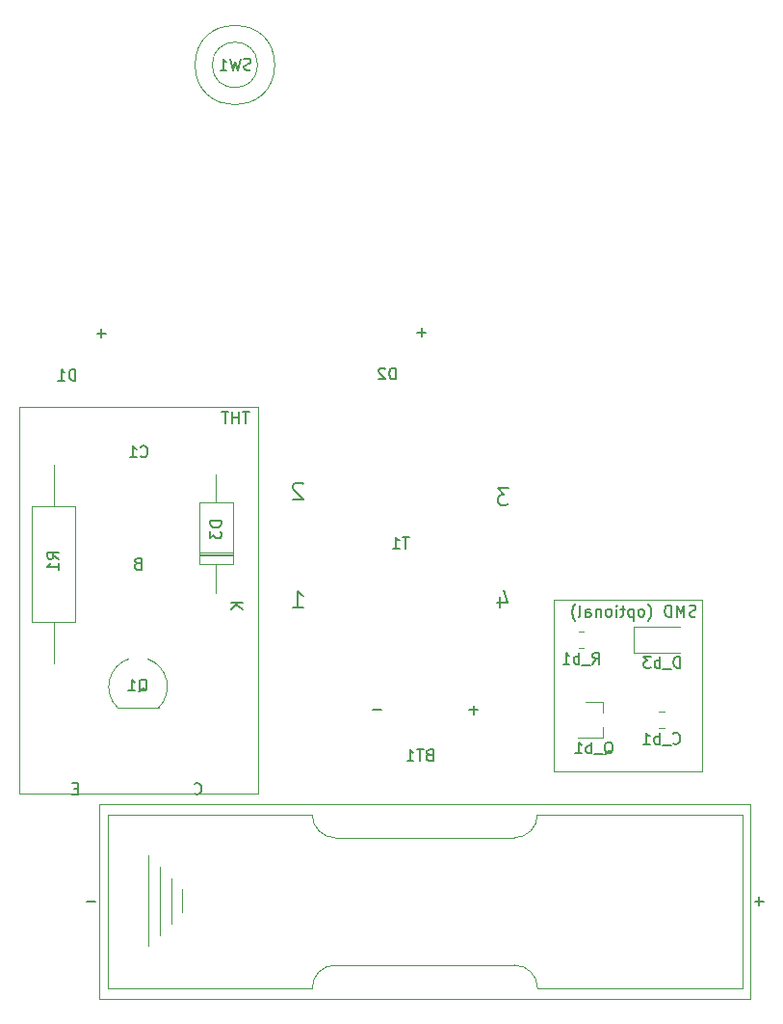
<source format=gbr>
%TF.GenerationSoftware,KiCad,Pcbnew,5.1.10*%
%TF.CreationDate,2021-11-12T19:35:59+01:00*%
%TF.ProjectId,owlThief,6f776c54-6869-4656-962e-6b696361645f,rev?*%
%TF.SameCoordinates,Original*%
%TF.FileFunction,Legend,Bot*%
%TF.FilePolarity,Positive*%
%FSLAX46Y46*%
G04 Gerber Fmt 4.6, Leading zero omitted, Abs format (unit mm)*
G04 Created by KiCad (PCBNEW 5.1.10) date 2021-11-12 19:35:59*
%MOMM*%
%LPD*%
G01*
G04 APERTURE LIST*
%ADD10C,0.150000*%
%ADD11C,0.120000*%
G04 APERTURE END LIST*
D10*
X213190476Y-71452380D02*
X212619047Y-71452380D01*
X212904761Y-72452380D02*
X212904761Y-71452380D01*
X212285714Y-72452380D02*
X212285714Y-71452380D01*
X212285714Y-71928571D02*
X211714285Y-71928571D01*
X211714285Y-72452380D02*
X211714285Y-71452380D01*
X211380952Y-71452380D02*
X210809523Y-71452380D01*
X211095238Y-72452380D02*
X211095238Y-71452380D01*
D11*
X214000000Y-105000000D02*
X193000000Y-105000000D01*
X214000000Y-71000000D02*
X214000000Y-105000000D01*
X193000000Y-71000000D02*
X214000000Y-71000000D01*
X193000000Y-105000000D02*
X193000000Y-71000000D01*
D10*
X252452380Y-89404761D02*
X252309523Y-89452380D01*
X252071428Y-89452380D01*
X251976190Y-89404761D01*
X251928571Y-89357142D01*
X251880952Y-89261904D01*
X251880952Y-89166666D01*
X251928571Y-89071428D01*
X251976190Y-89023809D01*
X252071428Y-88976190D01*
X252261904Y-88928571D01*
X252357142Y-88880952D01*
X252404761Y-88833333D01*
X252452380Y-88738095D01*
X252452380Y-88642857D01*
X252404761Y-88547619D01*
X252357142Y-88500000D01*
X252261904Y-88452380D01*
X252023809Y-88452380D01*
X251880952Y-88500000D01*
X251452380Y-89452380D02*
X251452380Y-88452380D01*
X251119047Y-89166666D01*
X250785714Y-88452380D01*
X250785714Y-89452380D01*
X250309523Y-89452380D02*
X250309523Y-88452380D01*
X250071428Y-88452380D01*
X249928571Y-88500000D01*
X249833333Y-88595238D01*
X249785714Y-88690476D01*
X249738095Y-88880952D01*
X249738095Y-89023809D01*
X249785714Y-89214285D01*
X249833333Y-89309523D01*
X249928571Y-89404761D01*
X250071428Y-89452380D01*
X250309523Y-89452380D01*
X248261904Y-89833333D02*
X248309523Y-89785714D01*
X248404761Y-89642857D01*
X248452380Y-89547619D01*
X248500000Y-89404761D01*
X248547619Y-89166666D01*
X248547619Y-88976190D01*
X248500000Y-88738095D01*
X248452380Y-88595238D01*
X248404761Y-88500000D01*
X248309523Y-88357142D01*
X248261904Y-88309523D01*
X247738095Y-89452380D02*
X247833333Y-89404761D01*
X247880952Y-89357142D01*
X247928571Y-89261904D01*
X247928571Y-88976190D01*
X247880952Y-88880952D01*
X247833333Y-88833333D01*
X247738095Y-88785714D01*
X247595238Y-88785714D01*
X247500000Y-88833333D01*
X247452380Y-88880952D01*
X247404761Y-88976190D01*
X247404761Y-89261904D01*
X247452380Y-89357142D01*
X247500000Y-89404761D01*
X247595238Y-89452380D01*
X247738095Y-89452380D01*
X246976190Y-88785714D02*
X246976190Y-89785714D01*
X246976190Y-88833333D02*
X246880952Y-88785714D01*
X246690476Y-88785714D01*
X246595238Y-88833333D01*
X246547619Y-88880952D01*
X246500000Y-88976190D01*
X246500000Y-89261904D01*
X246547619Y-89357142D01*
X246595238Y-89404761D01*
X246690476Y-89452380D01*
X246880952Y-89452380D01*
X246976190Y-89404761D01*
X246214285Y-88785714D02*
X245833333Y-88785714D01*
X246071428Y-88452380D02*
X246071428Y-89309523D01*
X246023809Y-89404761D01*
X245928571Y-89452380D01*
X245833333Y-89452380D01*
X245500000Y-89452380D02*
X245500000Y-88785714D01*
X245500000Y-88452380D02*
X245547619Y-88500000D01*
X245500000Y-88547619D01*
X245452380Y-88500000D01*
X245500000Y-88452380D01*
X245500000Y-88547619D01*
X244880952Y-89452380D02*
X244976190Y-89404761D01*
X245023809Y-89357142D01*
X245071428Y-89261904D01*
X245071428Y-88976190D01*
X245023809Y-88880952D01*
X244976190Y-88833333D01*
X244880952Y-88785714D01*
X244738095Y-88785714D01*
X244642857Y-88833333D01*
X244595238Y-88880952D01*
X244547619Y-88976190D01*
X244547619Y-89261904D01*
X244595238Y-89357142D01*
X244642857Y-89404761D01*
X244738095Y-89452380D01*
X244880952Y-89452380D01*
X244119047Y-88785714D02*
X244119047Y-89452380D01*
X244119047Y-88880952D02*
X244071428Y-88833333D01*
X243976190Y-88785714D01*
X243833333Y-88785714D01*
X243738095Y-88833333D01*
X243690476Y-88928571D01*
X243690476Y-89452380D01*
X242785714Y-89452380D02*
X242785714Y-88928571D01*
X242833333Y-88833333D01*
X242928571Y-88785714D01*
X243119047Y-88785714D01*
X243214285Y-88833333D01*
X242785714Y-89404761D02*
X242880952Y-89452380D01*
X243119047Y-89452380D01*
X243214285Y-89404761D01*
X243261904Y-89309523D01*
X243261904Y-89214285D01*
X243214285Y-89119047D01*
X243119047Y-89071428D01*
X242880952Y-89071428D01*
X242785714Y-89023809D01*
X242166666Y-89452380D02*
X242261904Y-89404761D01*
X242309523Y-89309523D01*
X242309523Y-88452380D01*
X241880952Y-89833333D02*
X241833333Y-89785714D01*
X241738095Y-89642857D01*
X241690476Y-89547619D01*
X241642857Y-89404761D01*
X241595238Y-89166666D01*
X241595238Y-88976190D01*
X241642857Y-88738095D01*
X241690476Y-88595238D01*
X241738095Y-88500000D01*
X241833333Y-88357142D01*
X241880952Y-88309523D01*
D11*
X240000000Y-103000000D02*
X240000000Y-88000000D01*
X253000000Y-103000000D02*
X240000000Y-103000000D01*
X253000000Y-88000000D02*
X253000000Y-103000000D01*
X240000000Y-88000000D02*
X253000000Y-88000000D01*
%TO.C,D_b3*%
X247052500Y-90365000D02*
X251112500Y-90365000D01*
X247052500Y-92635000D02*
X247052500Y-90365000D01*
X251112500Y-92635000D02*
X247052500Y-92635000D01*
%TO.C,Q1*%
X205230000Y-97450000D02*
X201630000Y-97450000D01*
X201621555Y-97427684D02*
G75*
G02*
X202650000Y-93150000I1808445J1827684D01*
G01*
X205241453Y-97442156D02*
G75*
G03*
X204250000Y-93150000I-1811453J1842156D01*
G01*
%TO.C,BT1*%
X220750000Y-120050000D02*
X236550000Y-120050000D01*
X236550000Y-108850000D02*
X220750000Y-108850000D01*
X218750000Y-122050000D02*
X200750000Y-122050000D01*
X218750000Y-106850000D02*
X200750000Y-106850000D01*
X256550000Y-106850000D02*
X238550000Y-106850000D01*
X200750000Y-106850000D02*
X200750000Y-122050000D01*
X256550000Y-122050000D02*
X238550000Y-122050000D01*
X256550000Y-106850000D02*
X256550000Y-122050000D01*
X257270000Y-105885000D02*
X200030000Y-105885000D01*
X257270000Y-123015000D02*
X257270000Y-105885000D01*
X200030000Y-123015000D02*
X257270000Y-123015000D01*
X200030000Y-105885000D02*
X200030000Y-123015000D01*
X207340000Y-113390000D02*
X207340000Y-115390000D01*
X204340000Y-110390000D02*
X204340000Y-118390000D01*
X205340000Y-117390000D02*
X205340000Y-111390000D01*
X206340000Y-112390000D02*
X206340000Y-116390000D01*
X238550000Y-122050000D02*
G75*
G03*
X236550000Y-120050000I-2000000J0D01*
G01*
X220750000Y-120050000D02*
G75*
G03*
X218750000Y-122050000I0J-2000000D01*
G01*
X218750000Y-106850000D02*
G75*
G03*
X220750000Y-108850000I2000000J0D01*
G01*
X236550000Y-108850000D02*
G75*
G03*
X238550000Y-106850000I0J2000000D01*
G01*
%TO.C,R1*%
X197920000Y-89910000D02*
X194080000Y-89910000D01*
X194080000Y-89910000D02*
X194080000Y-79770000D01*
X194080000Y-79770000D02*
X197920000Y-79770000D01*
X197920000Y-79770000D02*
X197920000Y-89910000D01*
X196000000Y-93560000D02*
X196000000Y-89910000D01*
X196000000Y-76120000D02*
X196000000Y-79770000D01*
%TO.C,R_b1*%
X242185436Y-90765000D02*
X242639564Y-90765000D01*
X242185436Y-92235000D02*
X242639564Y-92235000D01*
%TO.C,Q_b1*%
X244260000Y-96920000D02*
X242800000Y-96920000D01*
X244260000Y-100080000D02*
X242100000Y-100080000D01*
X244260000Y-100080000D02*
X244260000Y-99150000D01*
X244260000Y-96920000D02*
X244260000Y-97850000D01*
%TO.C,D3*%
X211770000Y-84870000D02*
X208830000Y-84870000D01*
X208830000Y-84870000D02*
X208830000Y-79430000D01*
X208830000Y-79430000D02*
X211770000Y-79430000D01*
X211770000Y-79430000D02*
X211770000Y-84870000D01*
X210300000Y-87360000D02*
X210300000Y-84870000D01*
X210300000Y-76940000D02*
X210300000Y-79430000D01*
X211770000Y-83970000D02*
X208830000Y-83970000D01*
X211770000Y-83850000D02*
X208830000Y-83850000D01*
X211770000Y-84090000D02*
X208830000Y-84090000D01*
%TO.C,C_b1*%
X249201248Y-97765000D02*
X249723752Y-97765000D01*
X249201248Y-99235000D02*
X249723752Y-99235000D01*
%TO.C,SW1*%
X215450000Y-41000000D02*
G75*
G03*
X215450000Y-41000000I-3500000J0D01*
G01*
X213950000Y-41000000D02*
G75*
G03*
X213950000Y-41000000I-2000000J0D01*
G01*
%TO.C,D_b3*%
D10*
X251083928Y-93952380D02*
X251083928Y-92952380D01*
X250845833Y-92952380D01*
X250702976Y-93000000D01*
X250607738Y-93095238D01*
X250560119Y-93190476D01*
X250512500Y-93380952D01*
X250512500Y-93523809D01*
X250560119Y-93714285D01*
X250607738Y-93809523D01*
X250702976Y-93904761D01*
X250845833Y-93952380D01*
X251083928Y-93952380D01*
X250322023Y-94047619D02*
X249560119Y-94047619D01*
X249322023Y-93952380D02*
X249322023Y-92952380D01*
X249322023Y-93333333D02*
X249226785Y-93285714D01*
X249036309Y-93285714D01*
X248941071Y-93333333D01*
X248893452Y-93380952D01*
X248845833Y-93476190D01*
X248845833Y-93761904D01*
X248893452Y-93857142D01*
X248941071Y-93904761D01*
X249036309Y-93952380D01*
X249226785Y-93952380D01*
X249322023Y-93904761D01*
X248512500Y-92952380D02*
X247893452Y-92952380D01*
X248226785Y-93333333D01*
X248083928Y-93333333D01*
X247988690Y-93380952D01*
X247941071Y-93428571D01*
X247893452Y-93523809D01*
X247893452Y-93761904D01*
X247941071Y-93857142D01*
X247988690Y-93904761D01*
X248083928Y-93952380D01*
X248369642Y-93952380D01*
X248464880Y-93904761D01*
X248512500Y-93857142D01*
%TO.C,T1*%
X227261904Y-82452380D02*
X226690476Y-82452380D01*
X226976190Y-83452380D02*
X226976190Y-82452380D01*
X225833333Y-83452380D02*
X226404761Y-83452380D01*
X226119047Y-83452380D02*
X226119047Y-82452380D01*
X226214285Y-82595238D01*
X226309523Y-82690476D01*
X226404761Y-82738095D01*
X236000000Y-78178571D02*
X235071428Y-78178571D01*
X235571428Y-78750000D01*
X235357142Y-78750000D01*
X235214285Y-78821428D01*
X235142857Y-78892857D01*
X235071428Y-79035714D01*
X235071428Y-79392857D01*
X235142857Y-79535714D01*
X235214285Y-79607142D01*
X235357142Y-79678571D01*
X235785714Y-79678571D01*
X235928571Y-79607142D01*
X236000000Y-79535714D01*
X235214285Y-87678571D02*
X235214285Y-88678571D01*
X235571428Y-87107142D02*
X235928571Y-88178571D01*
X235000000Y-88178571D01*
X217928571Y-77821428D02*
X217857142Y-77750000D01*
X217714285Y-77678571D01*
X217357142Y-77678571D01*
X217214285Y-77750000D01*
X217142857Y-77821428D01*
X217071428Y-77964285D01*
X217071428Y-78107142D01*
X217142857Y-78321428D01*
X218000000Y-79178571D01*
X217071428Y-79178571D01*
X217071428Y-88678571D02*
X217928571Y-88678571D01*
X217500000Y-88678571D02*
X217500000Y-87178571D01*
X217642857Y-87392857D01*
X217785714Y-87535714D01*
X217928571Y-87607142D01*
%TO.C,Q1*%
X203495238Y-96047619D02*
X203590476Y-96000000D01*
X203685714Y-95904761D01*
X203828571Y-95761904D01*
X203923809Y-95714285D01*
X204019047Y-95714285D01*
X203971428Y-95952380D02*
X204066666Y-95904761D01*
X204161904Y-95809523D01*
X204209523Y-95619047D01*
X204209523Y-95285714D01*
X204161904Y-95095238D01*
X204066666Y-95000000D01*
X203971428Y-94952380D01*
X203780952Y-94952380D01*
X203685714Y-95000000D01*
X203590476Y-95095238D01*
X203542857Y-95285714D01*
X203542857Y-95619047D01*
X203590476Y-95809523D01*
X203685714Y-95904761D01*
X203780952Y-95952380D01*
X203971428Y-95952380D01*
X202590476Y-95952380D02*
X203161904Y-95952380D01*
X202876190Y-95952380D02*
X202876190Y-94952380D01*
X202971428Y-95095238D01*
X203066666Y-95190476D01*
X203161904Y-95238095D01*
X208390476Y-104957142D02*
X208438095Y-105004761D01*
X208580952Y-105052380D01*
X208676190Y-105052380D01*
X208819047Y-105004761D01*
X208914285Y-104909523D01*
X208961904Y-104814285D01*
X209009523Y-104623809D01*
X209009523Y-104480952D01*
X208961904Y-104290476D01*
X208914285Y-104195238D01*
X208819047Y-104100000D01*
X208676190Y-104052380D01*
X208580952Y-104052380D01*
X208438095Y-104100000D01*
X208390476Y-104147619D01*
X203378571Y-84778571D02*
X203235714Y-84826190D01*
X203188095Y-84873809D01*
X203140476Y-84969047D01*
X203140476Y-85111904D01*
X203188095Y-85207142D01*
X203235714Y-85254761D01*
X203330952Y-85302380D01*
X203711904Y-85302380D01*
X203711904Y-84302380D01*
X203378571Y-84302380D01*
X203283333Y-84350000D01*
X203235714Y-84397619D01*
X203188095Y-84492857D01*
X203188095Y-84588095D01*
X203235714Y-84683333D01*
X203283333Y-84730952D01*
X203378571Y-84778571D01*
X203711904Y-84778571D01*
X198164285Y-104528571D02*
X197830952Y-104528571D01*
X197688095Y-105052380D02*
X198164285Y-105052380D01*
X198164285Y-104052380D01*
X197688095Y-104052380D01*
%TO.C,BT1*%
X229035714Y-101578571D02*
X228892857Y-101626190D01*
X228845238Y-101673809D01*
X228797619Y-101769047D01*
X228797619Y-101911904D01*
X228845238Y-102007142D01*
X228892857Y-102054761D01*
X228988095Y-102102380D01*
X229369047Y-102102380D01*
X229369047Y-101102380D01*
X229035714Y-101102380D01*
X228940476Y-101150000D01*
X228892857Y-101197619D01*
X228845238Y-101292857D01*
X228845238Y-101388095D01*
X228892857Y-101483333D01*
X228940476Y-101530952D01*
X229035714Y-101578571D01*
X229369047Y-101578571D01*
X228511904Y-101102380D02*
X227940476Y-101102380D01*
X228226190Y-102102380D02*
X228226190Y-101102380D01*
X227083333Y-102102380D02*
X227654761Y-102102380D01*
X227369047Y-102102380D02*
X227369047Y-101102380D01*
X227464285Y-101245238D01*
X227559523Y-101340476D01*
X227654761Y-101388095D01*
X224830952Y-97621428D02*
X224069047Y-97621428D01*
X233330952Y-97621428D02*
X232569047Y-97621428D01*
X232950000Y-98002380D02*
X232950000Y-97240476D01*
X258430952Y-114461428D02*
X257669047Y-114461428D01*
X258050000Y-114842380D02*
X258050000Y-114080476D01*
X199660952Y-114461428D02*
X198899047Y-114461428D01*
%TO.C,R1*%
X196452380Y-84383333D02*
X195976190Y-84050000D01*
X196452380Y-83811904D02*
X195452380Y-83811904D01*
X195452380Y-84192857D01*
X195500000Y-84288095D01*
X195547619Y-84335714D01*
X195642857Y-84383333D01*
X195785714Y-84383333D01*
X195880952Y-84335714D01*
X195928571Y-84288095D01*
X195976190Y-84192857D01*
X195976190Y-83811904D01*
X196452380Y-85335714D02*
X196452380Y-84764285D01*
X196452380Y-85050000D02*
X195452380Y-85050000D01*
X195595238Y-84954761D01*
X195690476Y-84859523D01*
X195738095Y-84764285D01*
%TO.C,R_b1*%
X243412500Y-93602380D02*
X243745833Y-93126190D01*
X243983928Y-93602380D02*
X243983928Y-92602380D01*
X243602976Y-92602380D01*
X243507738Y-92650000D01*
X243460119Y-92697619D01*
X243412500Y-92792857D01*
X243412500Y-92935714D01*
X243460119Y-93030952D01*
X243507738Y-93078571D01*
X243602976Y-93126190D01*
X243983928Y-93126190D01*
X243222023Y-93697619D02*
X242460119Y-93697619D01*
X242222023Y-93602380D02*
X242222023Y-92602380D01*
X242222023Y-92983333D02*
X242126785Y-92935714D01*
X241936309Y-92935714D01*
X241841071Y-92983333D01*
X241793452Y-93030952D01*
X241745833Y-93126190D01*
X241745833Y-93411904D01*
X241793452Y-93507142D01*
X241841071Y-93554761D01*
X241936309Y-93602380D01*
X242126785Y-93602380D01*
X242222023Y-93554761D01*
X240793452Y-93602380D02*
X241364880Y-93602380D01*
X241079166Y-93602380D02*
X241079166Y-92602380D01*
X241174404Y-92745238D01*
X241269642Y-92840476D01*
X241364880Y-92888095D01*
%TO.C,Q_b1*%
X244428571Y-101547619D02*
X244523809Y-101500000D01*
X244619047Y-101404761D01*
X244761904Y-101261904D01*
X244857142Y-101214285D01*
X244952380Y-101214285D01*
X244904761Y-101452380D02*
X245000000Y-101404761D01*
X245095238Y-101309523D01*
X245142857Y-101119047D01*
X245142857Y-100785714D01*
X245095238Y-100595238D01*
X245000000Y-100500000D01*
X244904761Y-100452380D01*
X244714285Y-100452380D01*
X244619047Y-100500000D01*
X244523809Y-100595238D01*
X244476190Y-100785714D01*
X244476190Y-101119047D01*
X244523809Y-101309523D01*
X244619047Y-101404761D01*
X244714285Y-101452380D01*
X244904761Y-101452380D01*
X244285714Y-101547619D02*
X243523809Y-101547619D01*
X243285714Y-101452380D02*
X243285714Y-100452380D01*
X243285714Y-100833333D02*
X243190476Y-100785714D01*
X243000000Y-100785714D01*
X242904761Y-100833333D01*
X242857142Y-100880952D01*
X242809523Y-100976190D01*
X242809523Y-101261904D01*
X242857142Y-101357142D01*
X242904761Y-101404761D01*
X243000000Y-101452380D01*
X243190476Y-101452380D01*
X243285714Y-101404761D01*
X241857142Y-101452380D02*
X242428571Y-101452380D01*
X242142857Y-101452380D02*
X242142857Y-100452380D01*
X242238095Y-100595238D01*
X242333333Y-100690476D01*
X242428571Y-100738095D01*
%TO.C,D3*%
X210752380Y-81061904D02*
X209752380Y-81061904D01*
X209752380Y-81300000D01*
X209800000Y-81442857D01*
X209895238Y-81538095D01*
X209990476Y-81585714D01*
X210180952Y-81633333D01*
X210323809Y-81633333D01*
X210514285Y-81585714D01*
X210609523Y-81538095D01*
X210704761Y-81442857D01*
X210752380Y-81300000D01*
X210752380Y-81061904D01*
X209752380Y-81966666D02*
X209752380Y-82585714D01*
X210133333Y-82252380D01*
X210133333Y-82395238D01*
X210180952Y-82490476D01*
X210228571Y-82538095D01*
X210323809Y-82585714D01*
X210561904Y-82585714D01*
X210657142Y-82538095D01*
X210704761Y-82490476D01*
X210752380Y-82395238D01*
X210752380Y-82109523D01*
X210704761Y-82014285D01*
X210657142Y-81966666D01*
X212652380Y-88238095D02*
X211652380Y-88238095D01*
X212652380Y-88809523D02*
X212080952Y-88380952D01*
X211652380Y-88809523D02*
X212223809Y-88238095D01*
%TO.C,C_b1*%
X250462500Y-100537142D02*
X250510119Y-100584761D01*
X250652976Y-100632380D01*
X250748214Y-100632380D01*
X250891071Y-100584761D01*
X250986309Y-100489523D01*
X251033928Y-100394285D01*
X251081547Y-100203809D01*
X251081547Y-100060952D01*
X251033928Y-99870476D01*
X250986309Y-99775238D01*
X250891071Y-99680000D01*
X250748214Y-99632380D01*
X250652976Y-99632380D01*
X250510119Y-99680000D01*
X250462500Y-99727619D01*
X250272023Y-100727619D02*
X249510119Y-100727619D01*
X249272023Y-100632380D02*
X249272023Y-99632380D01*
X249272023Y-100013333D02*
X249176785Y-99965714D01*
X248986309Y-99965714D01*
X248891071Y-100013333D01*
X248843452Y-100060952D01*
X248795833Y-100156190D01*
X248795833Y-100441904D01*
X248843452Y-100537142D01*
X248891071Y-100584761D01*
X248986309Y-100632380D01*
X249176785Y-100632380D01*
X249272023Y-100584761D01*
X247843452Y-100632380D02*
X248414880Y-100632380D01*
X248129166Y-100632380D02*
X248129166Y-99632380D01*
X248224404Y-99775238D01*
X248319642Y-99870476D01*
X248414880Y-99918095D01*
%TO.C,C1*%
X203666666Y-75357142D02*
X203714285Y-75404761D01*
X203857142Y-75452380D01*
X203952380Y-75452380D01*
X204095238Y-75404761D01*
X204190476Y-75309523D01*
X204238095Y-75214285D01*
X204285714Y-75023809D01*
X204285714Y-74880952D01*
X204238095Y-74690476D01*
X204190476Y-74595238D01*
X204095238Y-74500000D01*
X203952380Y-74452380D01*
X203857142Y-74452380D01*
X203714285Y-74500000D01*
X203666666Y-74547619D01*
X202714285Y-75452380D02*
X203285714Y-75452380D01*
X203000000Y-75452380D02*
X203000000Y-74452380D01*
X203095238Y-74595238D01*
X203190476Y-74690476D01*
X203285714Y-74738095D01*
%TO.C,SW1*%
X213333333Y-41404761D02*
X213190476Y-41452380D01*
X212952380Y-41452380D01*
X212857142Y-41404761D01*
X212809523Y-41357142D01*
X212761904Y-41261904D01*
X212761904Y-41166666D01*
X212809523Y-41071428D01*
X212857142Y-41023809D01*
X212952380Y-40976190D01*
X213142857Y-40928571D01*
X213238095Y-40880952D01*
X213285714Y-40833333D01*
X213333333Y-40738095D01*
X213333333Y-40642857D01*
X213285714Y-40547619D01*
X213238095Y-40500000D01*
X213142857Y-40452380D01*
X212904761Y-40452380D01*
X212761904Y-40500000D01*
X212428571Y-40452380D02*
X212190476Y-41452380D01*
X212000000Y-40738095D01*
X211809523Y-41452380D01*
X211571428Y-40452380D01*
X210666666Y-41452380D02*
X211238095Y-41452380D01*
X210952380Y-41452380D02*
X210952380Y-40452380D01*
X211047619Y-40595238D01*
X211142857Y-40690476D01*
X211238095Y-40738095D01*
%TO.C,D2*%
X226098095Y-68602380D02*
X226098095Y-67602380D01*
X225860000Y-67602380D01*
X225717142Y-67650000D01*
X225621904Y-67745238D01*
X225574285Y-67840476D01*
X225526666Y-68030952D01*
X225526666Y-68173809D01*
X225574285Y-68364285D01*
X225621904Y-68459523D01*
X225717142Y-68554761D01*
X225860000Y-68602380D01*
X226098095Y-68602380D01*
X225145714Y-67697619D02*
X225098095Y-67650000D01*
X225002857Y-67602380D01*
X224764761Y-67602380D01*
X224669523Y-67650000D01*
X224621904Y-67697619D01*
X224574285Y-67792857D01*
X224574285Y-67888095D01*
X224621904Y-68030952D01*
X225193333Y-68602380D01*
X224574285Y-68602380D01*
X228740952Y-64471428D02*
X227979047Y-64471428D01*
X228360000Y-64852380D02*
X228360000Y-64090476D01*
%TO.C,D1*%
X197938095Y-68702380D02*
X197938095Y-67702380D01*
X197700000Y-67702380D01*
X197557142Y-67750000D01*
X197461904Y-67845238D01*
X197414285Y-67940476D01*
X197366666Y-68130952D01*
X197366666Y-68273809D01*
X197414285Y-68464285D01*
X197461904Y-68559523D01*
X197557142Y-68654761D01*
X197700000Y-68702380D01*
X197938095Y-68702380D01*
X196414285Y-68702380D02*
X196985714Y-68702380D01*
X196700000Y-68702380D02*
X196700000Y-67702380D01*
X196795238Y-67845238D01*
X196890476Y-67940476D01*
X196985714Y-67988095D01*
X200580952Y-64571428D02*
X199819047Y-64571428D01*
X200200000Y-64952380D02*
X200200000Y-64190476D01*
%TD*%
M02*

</source>
